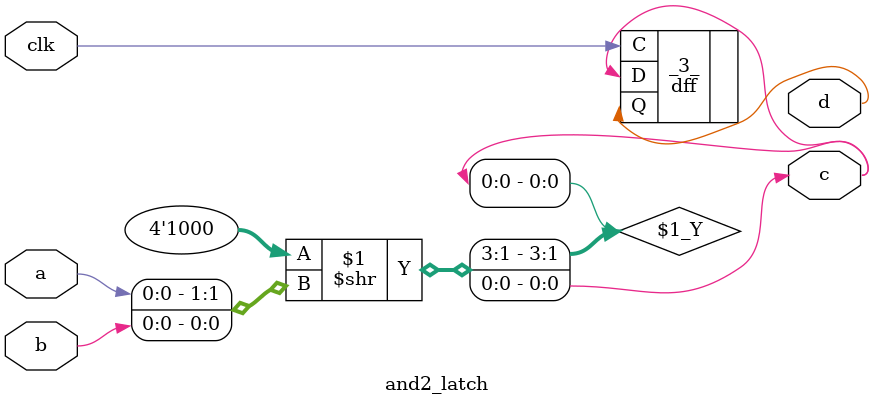
<source format=v>
/* Generated by Yosys 0.9+2406 (git sha1 f44a4f90, gcc 8.4.0 -fPIC -Os) */

module and2_latch(a, b, clk, c, d);
  wire _0_;
  wire _1_;
  wire _2_;
  input a;
  input b;
  output c;
  input clk;
  output d;
  dff _3_ (
    .C(clk),
    .D(c),
    .Q(d)
  );
  assign c = 4'h8 >> { a, b };
  assign _0_ = 1'h0;
  assign _1_ = 1'h1;
  assign _2_ = 1'hx;
endmodule

</source>
